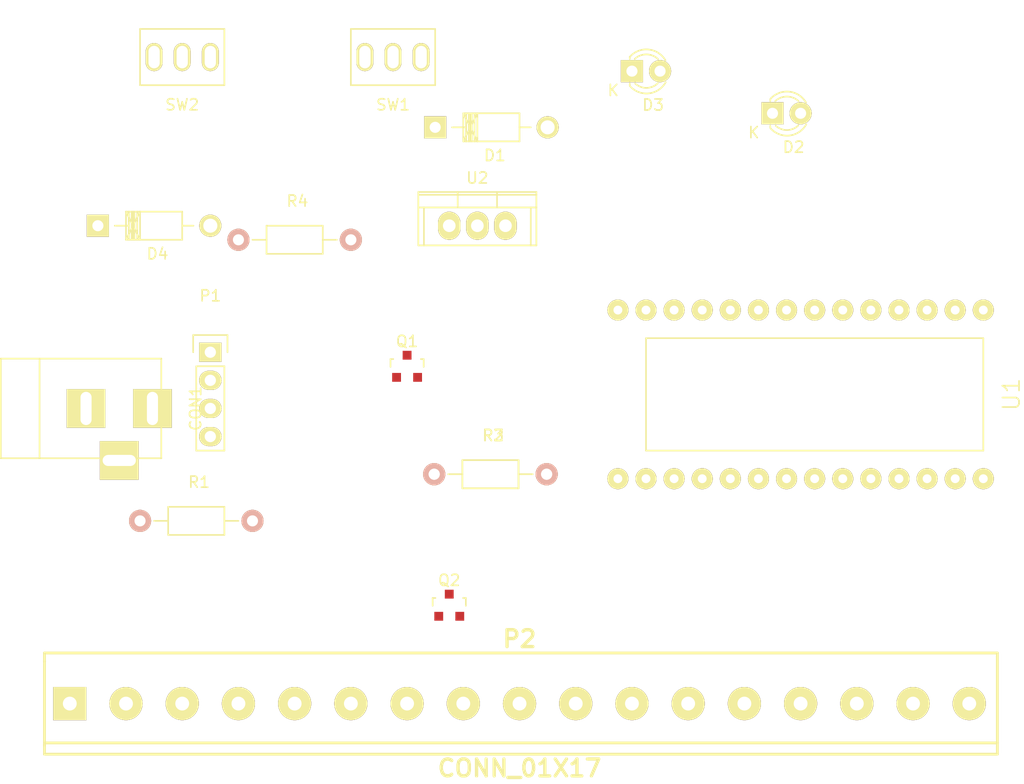
<source format=kicad_pcb>
(kicad_pcb (version 4) (host pcbnew 0.201509221857+6208~30~ubuntu14.04.1-product)

  (general
    (links 45)
    (no_connects 45)
    (area 0 0 0 0)
    (thickness 1.6)
    (drawings 0)
    (tracks 0)
    (zones 0)
    (modules 17)
    (nets 39)
  )

  (page A4)
  (layers
    (0 F.Cu signal)
    (31 B.Cu signal)
    (32 B.Adhes user)
    (33 F.Adhes user)
    (34 B.Paste user)
    (35 F.Paste user)
    (36 B.SilkS user)
    (37 F.SilkS user)
    (38 B.Mask user)
    (39 F.Mask user)
    (40 Dwgs.User user)
    (41 Cmts.User user)
    (42 Eco1.User user)
    (43 Eco2.User user)
    (44 Edge.Cuts user)
    (45 Margin user)
    (46 B.CrtYd user)
    (47 F.CrtYd user)
    (48 B.Fab user)
    (49 F.Fab user)
  )

  (setup
    (last_trace_width 0.25)
    (trace_clearance 0.2)
    (zone_clearance 0.508)
    (zone_45_only no)
    (trace_min 0.2)
    (segment_width 0.2)
    (edge_width 0.15)
    (via_size 0.6)
    (via_drill 0.4)
    (via_min_size 0.4)
    (via_min_drill 0.3)
    (uvia_size 0.3)
    (uvia_drill 0.1)
    (uvias_allowed no)
    (uvia_min_size 0.2)
    (uvia_min_drill 0.1)
    (pcb_text_width 0.3)
    (pcb_text_size 1.5 1.5)
    (mod_edge_width 0.15)
    (mod_text_size 1 1)
    (mod_text_width 0.15)
    (pad_size 1.524 1.524)
    (pad_drill 0.762)
    (pad_to_mask_clearance 0.2)
    (aux_axis_origin 0 0)
    (visible_elements FFFFFF7F)
    (pcbplotparams
      (layerselection 0x00030_80000001)
      (usegerberextensions false)
      (excludeedgelayer true)
      (linewidth 0.100000)
      (plotframeref false)
      (viasonmask false)
      (mode 1)
      (useauxorigin false)
      (hpglpennumber 1)
      (hpglpenspeed 20)
      (hpglpendiameter 15)
      (hpglpenoverlay 2)
      (psnegative false)
      (psa4output false)
      (plotreference true)
      (plotvalue true)
      (plotinvisibletext false)
      (padsonsilk false)
      (subtractmaskfromsilk false)
      (outputformat 1)
      (mirror false)
      (drillshape 1)
      (scaleselection 1)
      (outputdirectory ""))
  )

  (net 0 "")
  (net 1 +12V)
  (net 2 Earth)
  (net 3 "Net-(D1-Pad2)")
  (net 4 "Net-(D2-Pad2)")
  (net 5 "Net-(D3-Pad2)")
  (net 6 "Net-(D4-Pad2)")
  (net 7 +5V)
  (net 8 /BT_TX)
  (net 9 /BT_RX)
  (net 10 /Pump1GND)
  (net 11 /Pump2GND)
  (net 12 /FlowSens)
  (net 13 /IR1)
  (net 14 /IR2)
  (net 15 /SDA)
  (net 16 /SCLK)
  (net 17 "Net-(Q1-Pad1)")
  (net 18 "Net-(Q2-Pad1)")
  (net 19 /Pump1PWM)
  (net 20 /TeensyPWR)
  (net 21 /Pump2PWM)
  (net 22 "Net-(SW1-Pad1)")
  (net 23 "Net-(SW2-Pad1)")
  (net 24 "Net-(U1-Pad0)")
  (net 25 "Net-(U1-Pad1)")
  (net 26 "Net-(U1-Pad2)")
  (net 27 "Net-(U1-Pad7)")
  (net 28 "Net-(U1-Pad8)")
  (net 29 "Net-(U1-Pad11)")
  (net 30 "Net-(U1-Pad12)")
  (net 31 "Net-(U1-Pad13)")
  (net 32 "Net-(U1-Pad16)")
  (net 33 "Net-(U1-Pad17)")
  (net 34 "Net-(U1-Pad20)")
  (net 35 "Net-(U1-Pad21)")
  (net 36 "Net-(U1-Pad22)")
  (net 37 "Net-(U1-Pad23)")
  (net 38 "Net-(U1-Pad24)")

  (net_class Default "This is the default net class."
    (clearance 0.2)
    (trace_width 0.25)
    (via_dia 0.6)
    (via_drill 0.4)
    (uvia_dia 0.3)
    (uvia_drill 0.1)
    (add_net +12V)
    (add_net +5V)
    (add_net /BT_RX)
    (add_net /BT_TX)
    (add_net /FlowSens)
    (add_net /IR1)
    (add_net /IR2)
    (add_net /Pump1GND)
    (add_net /Pump1PWM)
    (add_net /Pump2GND)
    (add_net /Pump2PWM)
    (add_net /SCLK)
    (add_net /SDA)
    (add_net /TeensyPWR)
    (add_net Earth)
    (add_net "Net-(D1-Pad2)")
    (add_net "Net-(D2-Pad2)")
    (add_net "Net-(D3-Pad2)")
    (add_net "Net-(D4-Pad2)")
    (add_net "Net-(Q1-Pad1)")
    (add_net "Net-(Q2-Pad1)")
    (add_net "Net-(SW1-Pad1)")
    (add_net "Net-(SW2-Pad1)")
    (add_net "Net-(U1-Pad0)")
    (add_net "Net-(U1-Pad1)")
    (add_net "Net-(U1-Pad11)")
    (add_net "Net-(U1-Pad12)")
    (add_net "Net-(U1-Pad13)")
    (add_net "Net-(U1-Pad16)")
    (add_net "Net-(U1-Pad17)")
    (add_net "Net-(U1-Pad2)")
    (add_net "Net-(U1-Pad20)")
    (add_net "Net-(U1-Pad21)")
    (add_net "Net-(U1-Pad22)")
    (add_net "Net-(U1-Pad23)")
    (add_net "Net-(U1-Pad24)")
    (add_net "Net-(U1-Pad7)")
    (add_net "Net-(U1-Pad8)")
  )

  (module Connect:BARREL_JACK (layer F.Cu) (tedit 0) (tstamp 5646544C)
    (at 111.76 99.06)
    (descr "DC Barrel Jack")
    (tags "Power Jack")
    (path /5643BACF)
    (fp_text reference CON1 (at 10.09904 0 90) (layer F.SilkS)
      (effects (font (size 1 1) (thickness 0.15)))
    )
    (fp_text value BARREL_JACK (at 0 -5.99948) (layer F.Fab)
      (effects (font (size 1 1) (thickness 0.15)))
    )
    (fp_line (start -4.0005 -4.50088) (end -4.0005 4.50088) (layer F.SilkS) (width 0.15))
    (fp_line (start -7.50062 -4.50088) (end -7.50062 4.50088) (layer F.SilkS) (width 0.15))
    (fp_line (start -7.50062 4.50088) (end 7.00024 4.50088) (layer F.SilkS) (width 0.15))
    (fp_line (start 7.00024 4.50088) (end 7.00024 -4.50088) (layer F.SilkS) (width 0.15))
    (fp_line (start 7.00024 -4.50088) (end -7.50062 -4.50088) (layer F.SilkS) (width 0.15))
    (pad 1 thru_hole rect (at 6.20014 0) (size 3.50012 3.50012) (drill oval 1.00076 2.99974) (layers *.Cu *.Mask F.SilkS)
      (net 1 +12V))
    (pad 2 thru_hole rect (at 0.20066 0) (size 3.50012 3.50012) (drill oval 1.00076 2.99974) (layers *.Cu *.Mask F.SilkS)
      (net 2 Earth))
    (pad 3 thru_hole rect (at 3.2004 4.699) (size 3.50012 3.50012) (drill oval 2.99974 1.00076) (layers *.Cu *.Mask F.SilkS)
      (net 2 Earth))
  )

  (module Diodes_ThroughHole:Diode_DO-41_SOD81_Horizontal_RM10 (layer F.Cu) (tedit 552FFCCE) (tstamp 56465452)
    (at 143.51 73.66)
    (descr "Diode, DO-41, SOD81, Horizontal, RM 10mm,")
    (tags "Diode, DO-41, SOD81, Horizontal, RM 10mm, 1N4007, SB140,")
    (path /5643F3FF)
    (fp_text reference D1 (at 5.38734 2.53746) (layer F.SilkS)
      (effects (font (size 1 1) (thickness 0.15)))
    )
    (fp_text value D (at 4.37134 -3.55854) (layer F.Fab)
      (effects (font (size 1 1) (thickness 0.15)))
    )
    (fp_line (start 7.62 -0.00254) (end 8.636 -0.00254) (layer F.SilkS) (width 0.15))
    (fp_line (start 2.794 -0.00254) (end 1.524 -0.00254) (layer F.SilkS) (width 0.15))
    (fp_line (start 3.048 -1.27254) (end 3.048 1.26746) (layer F.SilkS) (width 0.15))
    (fp_line (start 3.302 -1.27254) (end 3.302 1.26746) (layer F.SilkS) (width 0.15))
    (fp_line (start 3.556 -1.27254) (end 3.556 1.26746) (layer F.SilkS) (width 0.15))
    (fp_line (start 2.794 -1.27254) (end 2.794 1.26746) (layer F.SilkS) (width 0.15))
    (fp_line (start 3.81 -1.27254) (end 2.54 1.26746) (layer F.SilkS) (width 0.15))
    (fp_line (start 2.54 -1.27254) (end 3.81 1.26746) (layer F.SilkS) (width 0.15))
    (fp_line (start 3.81 -1.27254) (end 3.81 1.26746) (layer F.SilkS) (width 0.15))
    (fp_line (start 3.175 -1.27254) (end 3.175 1.26746) (layer F.SilkS) (width 0.15))
    (fp_line (start 2.54 1.26746) (end 2.54 -1.27254) (layer F.SilkS) (width 0.15))
    (fp_line (start 2.54 -1.27254) (end 7.62 -1.27254) (layer F.SilkS) (width 0.15))
    (fp_line (start 7.62 -1.27254) (end 7.62 1.26746) (layer F.SilkS) (width 0.15))
    (fp_line (start 7.62 1.26746) (end 2.54 1.26746) (layer F.SilkS) (width 0.15))
    (pad 2 thru_hole circle (at 10.16 -0.00254 180) (size 1.99898 1.99898) (drill 1.27) (layers *.Cu *.Mask F.SilkS)
      (net 3 "Net-(D1-Pad2)"))
    (pad 1 thru_hole rect (at 0 -0.00254 180) (size 1.99898 1.99898) (drill 1.00076) (layers *.Cu *.Mask F.SilkS)
      (net 1 +12V))
  )

  (module LEDs:LED-3MM (layer F.Cu) (tedit 559B82F6) (tstamp 56465458)
    (at 173.99 72.39)
    (descr "LED 3mm round vertical")
    (tags "LED  3mm round vertical")
    (path /5643D044)
    (fp_text reference D2 (at 1.91 3.06) (layer F.SilkS)
      (effects (font (size 1 1) (thickness 0.15)))
    )
    (fp_text value LED (at 1.3 -2.9) (layer F.Fab)
      (effects (font (size 1 1) (thickness 0.15)))
    )
    (fp_line (start -1.2 2.3) (end 3.8 2.3) (layer F.CrtYd) (width 0.05))
    (fp_line (start 3.8 2.3) (end 3.8 -2.2) (layer F.CrtYd) (width 0.05))
    (fp_line (start 3.8 -2.2) (end -1.2 -2.2) (layer F.CrtYd) (width 0.05))
    (fp_line (start -1.2 -2.2) (end -1.2 2.3) (layer F.CrtYd) (width 0.05))
    (fp_line (start -0.199 1.314) (end -0.199 1.114) (layer F.SilkS) (width 0.15))
    (fp_line (start -0.199 -1.28) (end -0.199 -1.1) (layer F.SilkS) (width 0.15))
    (fp_arc (start 1.301 0.034) (end -0.199 -1.286) (angle 108.5) (layer F.SilkS) (width 0.15))
    (fp_arc (start 1.301 0.034) (end 0.25 -1.1) (angle 85.7) (layer F.SilkS) (width 0.15))
    (fp_arc (start 1.311 0.034) (end 3.051 0.994) (angle 110) (layer F.SilkS) (width 0.15))
    (fp_arc (start 1.301 0.034) (end 2.335 1.094) (angle 87.5) (layer F.SilkS) (width 0.15))
    (fp_text user K (at -1.69 1.74) (layer F.SilkS)
      (effects (font (size 1 1) (thickness 0.15)))
    )
    (pad 1 thru_hole rect (at 0 0 90) (size 2 2) (drill 1.00076) (layers *.Cu *.Mask F.SilkS)
      (net 2 Earth))
    (pad 2 thru_hole circle (at 2.54 0) (size 2 2) (drill 1.00076) (layers *.Cu *.Mask F.SilkS)
      (net 4 "Net-(D2-Pad2)"))
    (model LEDs.3dshapes/LED-3MM.wrl
      (at (xyz 0.05 0 0))
      (scale (xyz 1 1 1))
      (rotate (xyz 0 0 90))
    )
  )

  (module LEDs:LED-3MM (layer F.Cu) (tedit 559B82F6) (tstamp 5646545E)
    (at 161.29 68.58)
    (descr "LED 3mm round vertical")
    (tags "LED  3mm round vertical")
    (path /5643D08E)
    (fp_text reference D3 (at 1.91 3.06) (layer F.SilkS)
      (effects (font (size 1 1) (thickness 0.15)))
    )
    (fp_text value LED (at 1.3 -2.9) (layer F.Fab)
      (effects (font (size 1 1) (thickness 0.15)))
    )
    (fp_line (start -1.2 2.3) (end 3.8 2.3) (layer F.CrtYd) (width 0.05))
    (fp_line (start 3.8 2.3) (end 3.8 -2.2) (layer F.CrtYd) (width 0.05))
    (fp_line (start 3.8 -2.2) (end -1.2 -2.2) (layer F.CrtYd) (width 0.05))
    (fp_line (start -1.2 -2.2) (end -1.2 2.3) (layer F.CrtYd) (width 0.05))
    (fp_line (start -0.199 1.314) (end -0.199 1.114) (layer F.SilkS) (width 0.15))
    (fp_line (start -0.199 -1.28) (end -0.199 -1.1) (layer F.SilkS) (width 0.15))
    (fp_arc (start 1.301 0.034) (end -0.199 -1.286) (angle 108.5) (layer F.SilkS) (width 0.15))
    (fp_arc (start 1.301 0.034) (end 0.25 -1.1) (angle 85.7) (layer F.SilkS) (width 0.15))
    (fp_arc (start 1.311 0.034) (end 3.051 0.994) (angle 110) (layer F.SilkS) (width 0.15))
    (fp_arc (start 1.301 0.034) (end 2.335 1.094) (angle 87.5) (layer F.SilkS) (width 0.15))
    (fp_text user K (at -1.69 1.74) (layer F.SilkS)
      (effects (font (size 1 1) (thickness 0.15)))
    )
    (pad 1 thru_hole rect (at 0 0 90) (size 2 2) (drill 1.00076) (layers *.Cu *.Mask F.SilkS)
      (net 2 Earth))
    (pad 2 thru_hole circle (at 2.54 0) (size 2 2) (drill 1.00076) (layers *.Cu *.Mask F.SilkS)
      (net 5 "Net-(D3-Pad2)"))
    (model LEDs.3dshapes/LED-3MM.wrl
      (at (xyz 0.05 0 0))
      (scale (xyz 1 1 1))
      (rotate (xyz 0 0 90))
    )
  )

  (module Diodes_ThroughHole:Diode_DO-41_SOD81_Horizontal_RM10 (layer F.Cu) (tedit 552FFCCE) (tstamp 56465464)
    (at 113.03 82.55)
    (descr "Diode, DO-41, SOD81, Horizontal, RM 10mm,")
    (tags "Diode, DO-41, SOD81, Horizontal, RM 10mm, 1N4007, SB140,")
    (path /5643C7DB)
    (fp_text reference D4 (at 5.38734 2.53746) (layer F.SilkS)
      (effects (font (size 1 1) (thickness 0.15)))
    )
    (fp_text value D (at 4.37134 -3.55854) (layer F.Fab)
      (effects (font (size 1 1) (thickness 0.15)))
    )
    (fp_line (start 7.62 -0.00254) (end 8.636 -0.00254) (layer F.SilkS) (width 0.15))
    (fp_line (start 2.794 -0.00254) (end 1.524 -0.00254) (layer F.SilkS) (width 0.15))
    (fp_line (start 3.048 -1.27254) (end 3.048 1.26746) (layer F.SilkS) (width 0.15))
    (fp_line (start 3.302 -1.27254) (end 3.302 1.26746) (layer F.SilkS) (width 0.15))
    (fp_line (start 3.556 -1.27254) (end 3.556 1.26746) (layer F.SilkS) (width 0.15))
    (fp_line (start 2.794 -1.27254) (end 2.794 1.26746) (layer F.SilkS) (width 0.15))
    (fp_line (start 3.81 -1.27254) (end 2.54 1.26746) (layer F.SilkS) (width 0.15))
    (fp_line (start 2.54 -1.27254) (end 3.81 1.26746) (layer F.SilkS) (width 0.15))
    (fp_line (start 3.81 -1.27254) (end 3.81 1.26746) (layer F.SilkS) (width 0.15))
    (fp_line (start 3.175 -1.27254) (end 3.175 1.26746) (layer F.SilkS) (width 0.15))
    (fp_line (start 2.54 1.26746) (end 2.54 -1.27254) (layer F.SilkS) (width 0.15))
    (fp_line (start 2.54 -1.27254) (end 7.62 -1.27254) (layer F.SilkS) (width 0.15))
    (fp_line (start 7.62 -1.27254) (end 7.62 1.26746) (layer F.SilkS) (width 0.15))
    (fp_line (start 7.62 1.26746) (end 2.54 1.26746) (layer F.SilkS) (width 0.15))
    (pad 2 thru_hole circle (at 10.16 -0.00254 180) (size 1.99898 1.99898) (drill 1.27) (layers *.Cu *.Mask F.SilkS)
      (net 6 "Net-(D4-Pad2)"))
    (pad 1 thru_hole rect (at 0 -0.00254 180) (size 1.99898 1.99898) (drill 1.00076) (layers *.Cu *.Mask F.SilkS)
      (net 1 +12V))
  )

  (module Pin_Headers:Pin_Header_Straight_1x04 (layer F.Cu) (tedit 0) (tstamp 5646546C)
    (at 123.19 93.98)
    (descr "Through hole pin header")
    (tags "pin header")
    (path /5643CAD2)
    (fp_text reference P1 (at 0 -5.1) (layer F.SilkS)
      (effects (font (size 1 1) (thickness 0.15)))
    )
    (fp_text value CONN_01X04 (at 0 -3.1) (layer F.Fab)
      (effects (font (size 1 1) (thickness 0.15)))
    )
    (fp_line (start -1.75 -1.75) (end -1.75 9.4) (layer F.CrtYd) (width 0.05))
    (fp_line (start 1.75 -1.75) (end 1.75 9.4) (layer F.CrtYd) (width 0.05))
    (fp_line (start -1.75 -1.75) (end 1.75 -1.75) (layer F.CrtYd) (width 0.05))
    (fp_line (start -1.75 9.4) (end 1.75 9.4) (layer F.CrtYd) (width 0.05))
    (fp_line (start -1.27 1.27) (end -1.27 8.89) (layer F.SilkS) (width 0.15))
    (fp_line (start 1.27 1.27) (end 1.27 8.89) (layer F.SilkS) (width 0.15))
    (fp_line (start 1.55 -1.55) (end 1.55 0) (layer F.SilkS) (width 0.15))
    (fp_line (start -1.27 8.89) (end 1.27 8.89) (layer F.SilkS) (width 0.15))
    (fp_line (start 1.27 1.27) (end -1.27 1.27) (layer F.SilkS) (width 0.15))
    (fp_line (start -1.55 0) (end -1.55 -1.55) (layer F.SilkS) (width 0.15))
    (fp_line (start -1.55 -1.55) (end 1.55 -1.55) (layer F.SilkS) (width 0.15))
    (pad 1 thru_hole rect (at 0 0) (size 2.032 1.7272) (drill 1.016) (layers *.Cu *.Mask F.SilkS)
      (net 7 +5V))
    (pad 2 thru_hole oval (at 0 2.54) (size 2.032 1.7272) (drill 1.016) (layers *.Cu *.Mask F.SilkS)
      (net 2 Earth))
    (pad 3 thru_hole oval (at 0 5.08) (size 2.032 1.7272) (drill 1.016) (layers *.Cu *.Mask F.SilkS)
      (net 8 /BT_TX))
    (pad 4 thru_hole oval (at 0 7.62) (size 2.032 1.7272) (drill 1.016) (layers *.Cu *.Mask F.SilkS)
      (net 9 /BT_RX))
    (model Pin_Headers.3dshapes/Pin_Header_Straight_1x04.wrl
      (at (xyz 0 -0.15 0))
      (scale (xyz 1 1 1))
      (rotate (xyz 0 0 90))
    )
  )

  (module w_conn_screw:mors_17p (layer F.Cu) (tedit 0) (tstamp 56465481)
    (at 151.13 125.73)
    (descr "Terminal block 17 pins")
    (tags DEV)
    (path /5647D4EB)
    (fp_text reference P2 (at 0 -5.842) (layer F.SilkS)
      (effects (font (thickness 0.3048)))
    )
    (fp_text value CONN_01X17 (at 0 5.842) (layer F.SilkS)
      (effects (font (thickness 0.3048)))
    )
    (fp_line (start 43.18 -4.572) (end -42.926 -4.572) (layer F.SilkS) (width 0.254))
    (fp_line (start -42.926 4.572) (end 43.18 4.572) (layer F.SilkS) (width 0.254))
    (fp_line (start 43.18 3.556) (end -42.926 3.556) (layer F.SilkS) (width 0.254))
    (fp_line (start 43.18 -4.572) (end 43.18 4.572) (layer F.SilkS) (width 0.254))
    (fp_line (start -42.926 4.572) (end -42.926 3.556) (layer F.SilkS) (width 0.254))
    (fp_line (start -42.926 -4.572) (end -42.926 -3.81) (layer F.SilkS) (width 0.254))
    (fp_line (start -42.926 3.81) (end -42.926 -3.81) (layer F.SilkS) (width 0.254))
    (pad 1 thru_hole rect (at -40.64 0) (size 2.99974 2.99974) (drill 1.24968) (layers *.Cu *.Mask F.SilkS)
      (net 1 +12V))
    (pad 2 thru_hole circle (at -35.56 0) (size 2.99974 2.99974) (drill 1.24968) (layers *.Cu *.Mask F.SilkS)
      (net 10 /Pump1GND))
    (pad 3 thru_hole circle (at -30.48 0) (size 2.99974 2.99974) (drill 1.24968) (layers *.Cu *.Mask F.SilkS)
      (net 1 +12V))
    (pad 4 thru_hole circle (at -25.4 0) (size 2.99974 2.99974) (drill 1.24968) (layers *.Cu *.Mask F.SilkS)
      (net 11 /Pump2GND))
    (pad 5 thru_hole circle (at -20.32 0) (size 2.99974 2.99974) (drill 1.24968) (layers *.Cu *.Mask F.SilkS)
      (net 1 +12V))
    (pad 6 thru_hole circle (at -15.24 0) (size 2.99974 2.99974) (drill 1.24968) (layers *.Cu *.Mask F.SilkS)
      (net 2 Earth))
    (pad 7 thru_hole circle (at -10.16 0) (size 2.99974 2.99974) (drill 1.24968) (layers *.Cu *.Mask F.SilkS)
      (net 12 /FlowSens))
    (pad 8 thru_hole circle (at -5.08 0) (size 2.99974 2.99974) (drill 1.24968) (layers *.Cu *.Mask F.SilkS)
      (net 7 +5V))
    (pad 9 thru_hole circle (at 0 0) (size 2.99974 2.99974) (drill 1.24968) (layers *.Cu *.Mask F.SilkS)
      (net 2 Earth))
    (pad 10 thru_hole circle (at 5.08 0) (size 2.99974 2.99974) (drill 1.24968) (layers *.Cu *.Mask F.SilkS)
      (net 13 /IR1))
    (pad 11 thru_hole circle (at 10.16 0) (size 2.99974 2.99974) (drill 1.24968) (layers *.Cu *.Mask F.SilkS)
      (net 7 +5V))
    (pad 12 thru_hole circle (at 15.24 0) (size 2.99974 2.99974) (drill 1.24968) (layers *.Cu *.Mask F.SilkS)
      (net 2 Earth))
    (pad 13 thru_hole circle (at 20.32 0) (size 2.99974 2.99974) (drill 1.24968) (layers *.Cu *.Mask F.SilkS)
      (net 14 /IR2))
    (pad 14 thru_hole circle (at 25.4 0) (size 2.99974 2.99974) (drill 1.24968) (layers *.Cu *.Mask F.SilkS)
      (net 7 +5V))
    (pad 15 thru_hole circle (at 30.48 0) (size 2.99974 2.99974) (drill 1.24968) (layers *.Cu *.Mask F.SilkS)
      (net 2 Earth))
    (pad 16 thru_hole circle (at 35.56 0) (size 2.99974 2.99974) (drill 1.24968) (layers *.Cu *.Mask F.SilkS)
      (net 15 /SDA))
    (pad 17 thru_hole circle (at 40.64 0) (size 2.99974 2.99974) (drill 1.24968) (layers *.Cu *.Mask F.SilkS)
      (net 16 /SCLK))
    (model walter/conn_screw/mors_17p.wrl
      (at (xyz 0 0 0))
      (scale (xyz 1 1 1))
      (rotate (xyz 0 0 0))
    )
  )

  (module SOT-23 (layer F.Cu) (tedit 553634F8) (tstamp 56465488)
    (at 140.97 95.25)
    (descr "SOT-23, Standard")
    (tags SOT-23)
    (path /5643F3F9)
    (attr smd)
    (fp_text reference Q1 (at 0 -2.25) (layer F.SilkS)
      (effects (font (size 1 1) (thickness 0.15)))
    )
    (fp_text value MMBT3906 (at 0 2.3) (layer F.Fab)
      (effects (font (size 1 1) (thickness 0.15)))
    )
    (fp_line (start -1.65 -1.6) (end 1.65 -1.6) (layer F.CrtYd) (width 0.05))
    (fp_line (start 1.65 -1.6) (end 1.65 1.6) (layer F.CrtYd) (width 0.05))
    (fp_line (start 1.65 1.6) (end -1.65 1.6) (layer F.CrtYd) (width 0.05))
    (fp_line (start -1.65 1.6) (end -1.65 -1.6) (layer F.CrtYd) (width 0.05))
    (fp_line (start 1.29916 -0.65024) (end 1.2509 -0.65024) (layer F.SilkS) (width 0.15))
    (fp_line (start -1.49982 0.0508) (end -1.49982 -0.65024) (layer F.SilkS) (width 0.15))
    (fp_line (start -1.49982 -0.65024) (end -1.2509 -0.65024) (layer F.SilkS) (width 0.15))
    (fp_line (start 1.29916 -0.65024) (end 1.49982 -0.65024) (layer F.SilkS) (width 0.15))
    (fp_line (start 1.49982 -0.65024) (end 1.49982 0.0508) (layer F.SilkS) (width 0.15))
    (pad 1 smd rect (at -0.95 1.00076) (size 0.8001 0.8001) (layers F.Cu F.Paste F.Mask)
      (net 17 "Net-(Q1-Pad1)"))
    (pad 2 smd rect (at 0.95 1.00076) (size 0.8001 0.8001) (layers F.Cu F.Paste F.Mask)
      (net 2 Earth))
    (pad 3 smd rect (at 0 -0.99822) (size 0.8001 0.8001) (layers F.Cu F.Paste F.Mask)
      (net 3 "Net-(D1-Pad2)"))
    (model Housings_SOT-23_SOT-143_TSOT-6.3dshapes/SOT-23.wrl
      (at (xyz 0 0 0))
      (scale (xyz 1 1 1))
      (rotate (xyz 0 0 0))
    )
  )

  (module SOT-23 (layer F.Cu) (tedit 553634F8) (tstamp 5646548F)
    (at 144.78 116.84)
    (descr "SOT-23, Standard")
    (tags SOT-23)
    (path /5643BE9A)
    (attr smd)
    (fp_text reference Q2 (at 0 -2.25) (layer F.SilkS)
      (effects (font (size 1 1) (thickness 0.15)))
    )
    (fp_text value MMBT3906 (at 0 2.3) (layer F.Fab)
      (effects (font (size 1 1) (thickness 0.15)))
    )
    (fp_line (start -1.65 -1.6) (end 1.65 -1.6) (layer F.CrtYd) (width 0.05))
    (fp_line (start 1.65 -1.6) (end 1.65 1.6) (layer F.CrtYd) (width 0.05))
    (fp_line (start 1.65 1.6) (end -1.65 1.6) (layer F.CrtYd) (width 0.05))
    (fp_line (start -1.65 1.6) (end -1.65 -1.6) (layer F.CrtYd) (width 0.05))
    (fp_line (start 1.29916 -0.65024) (end 1.2509 -0.65024) (layer F.SilkS) (width 0.15))
    (fp_line (start -1.49982 0.0508) (end -1.49982 -0.65024) (layer F.SilkS) (width 0.15))
    (fp_line (start -1.49982 -0.65024) (end -1.2509 -0.65024) (layer F.SilkS) (width 0.15))
    (fp_line (start 1.29916 -0.65024) (end 1.49982 -0.65024) (layer F.SilkS) (width 0.15))
    (fp_line (start 1.49982 -0.65024) (end 1.49982 0.0508) (layer F.SilkS) (width 0.15))
    (pad 1 smd rect (at -0.95 1.00076) (size 0.8001 0.8001) (layers F.Cu F.Paste F.Mask)
      (net 18 "Net-(Q2-Pad1)"))
    (pad 2 smd rect (at 0.95 1.00076) (size 0.8001 0.8001) (layers F.Cu F.Paste F.Mask)
      (net 2 Earth))
    (pad 3 smd rect (at 0 -0.99822) (size 0.8001 0.8001) (layers F.Cu F.Paste F.Mask)
      (net 6 "Net-(D4-Pad2)"))
    (model Housings_SOT-23_SOT-143_TSOT-6.3dshapes/SOT-23.wrl
      (at (xyz 0 0 0))
      (scale (xyz 1 1 1))
      (rotate (xyz 0 0 0))
    )
  )

  (module Resistors_ThroughHole:Resistor_Horizontal_RM10mm (layer F.Cu) (tedit 53F56209) (tstamp 56465495)
    (at 121.92 109.22)
    (descr "Resistor, Axial,  RM 10mm, 1/3W,")
    (tags "Resistor, Axial, RM 10mm, 1/3W,")
    (path /5643F405)
    (fp_text reference R1 (at 0.24892 -3.50012) (layer F.SilkS)
      (effects (font (size 1 1) (thickness 0.15)))
    )
    (fp_text value R (at 3.81 3.81) (layer F.Fab)
      (effects (font (size 1 1) (thickness 0.15)))
    )
    (fp_line (start -2.54 -1.27) (end 2.54 -1.27) (layer F.SilkS) (width 0.15))
    (fp_line (start 2.54 -1.27) (end 2.54 1.27) (layer F.SilkS) (width 0.15))
    (fp_line (start 2.54 1.27) (end -2.54 1.27) (layer F.SilkS) (width 0.15))
    (fp_line (start -2.54 1.27) (end -2.54 -1.27) (layer F.SilkS) (width 0.15))
    (fp_line (start -2.54 0) (end -3.81 0) (layer F.SilkS) (width 0.15))
    (fp_line (start 2.54 0) (end 3.81 0) (layer F.SilkS) (width 0.15))
    (pad 1 thru_hole circle (at -5.08 0) (size 1.99898 1.99898) (drill 1.00076) (layers *.Cu *.SilkS *.Mask)
      (net 17 "Net-(Q1-Pad1)"))
    (pad 2 thru_hole circle (at 5.08 0) (size 1.99898 1.99898) (drill 1.00076) (layers *.Cu *.SilkS *.Mask)
      (net 19 /Pump1PWM))
    (model Resistors_ThroughHole.3dshapes/Resistor_Horizontal_RM10mm.wrl
      (at (xyz 0 0 0))
      (scale (xyz 0.4 0.4 0.4))
      (rotate (xyz 0 0 0))
    )
  )

  (module Resistors_ThroughHole:Resistor_Horizontal_RM10mm (layer F.Cu) (tedit 53F56209) (tstamp 5646549B)
    (at 148.5011 105.0036)
    (descr "Resistor, Axial,  RM 10mm, 1/3W,")
    (tags "Resistor, Axial, RM 10mm, 1/3W,")
    (path /5643FCF1)
    (fp_text reference R2 (at 0.24892 -3.50012) (layer F.SilkS)
      (effects (font (size 1 1) (thickness 0.15)))
    )
    (fp_text value R (at 3.81 3.81) (layer F.Fab)
      (effects (font (size 1 1) (thickness 0.15)))
    )
    (fp_line (start -2.54 -1.27) (end 2.54 -1.27) (layer F.SilkS) (width 0.15))
    (fp_line (start 2.54 -1.27) (end 2.54 1.27) (layer F.SilkS) (width 0.15))
    (fp_line (start 2.54 1.27) (end -2.54 1.27) (layer F.SilkS) (width 0.15))
    (fp_line (start -2.54 1.27) (end -2.54 -1.27) (layer F.SilkS) (width 0.15))
    (fp_line (start -2.54 0) (end -3.81 0) (layer F.SilkS) (width 0.15))
    (fp_line (start 2.54 0) (end 3.81 0) (layer F.SilkS) (width 0.15))
    (pad 1 thru_hole circle (at -5.08 0) (size 1.99898 1.99898) (drill 1.00076) (layers *.Cu *.SilkS *.Mask)
      (net 4 "Net-(D2-Pad2)"))
    (pad 2 thru_hole circle (at 5.08 0) (size 1.99898 1.99898) (drill 1.00076) (layers *.Cu *.SilkS *.Mask)
      (net 7 +5V))
    (model Resistors_ThroughHole.3dshapes/Resistor_Horizontal_RM10mm.wrl
      (at (xyz 0 0 0))
      (scale (xyz 0.4 0.4 0.4))
      (rotate (xyz 0 0 0))
    )
  )

  (module Resistors_ThroughHole:Resistor_Horizontal_RM10mm (layer F.Cu) (tedit 53F56209) (tstamp 564654A1)
    (at 148.5011 105.0036)
    (descr "Resistor, Axial,  RM 10mm, 1/3W,")
    (tags "Resistor, Axial, RM 10mm, 1/3W,")
    (path /5643FD47)
    (fp_text reference R3 (at 0.24892 -3.50012) (layer F.SilkS)
      (effects (font (size 1 1) (thickness 0.15)))
    )
    (fp_text value R (at 3.81 3.81) (layer F.Fab)
      (effects (font (size 1 1) (thickness 0.15)))
    )
    (fp_line (start -2.54 -1.27) (end 2.54 -1.27) (layer F.SilkS) (width 0.15))
    (fp_line (start 2.54 -1.27) (end 2.54 1.27) (layer F.SilkS) (width 0.15))
    (fp_line (start 2.54 1.27) (end -2.54 1.27) (layer F.SilkS) (width 0.15))
    (fp_line (start -2.54 1.27) (end -2.54 -1.27) (layer F.SilkS) (width 0.15))
    (fp_line (start -2.54 0) (end -3.81 0) (layer F.SilkS) (width 0.15))
    (fp_line (start 2.54 0) (end 3.81 0) (layer F.SilkS) (width 0.15))
    (pad 1 thru_hole circle (at -5.08 0) (size 1.99898 1.99898) (drill 1.00076) (layers *.Cu *.SilkS *.Mask)
      (net 5 "Net-(D3-Pad2)"))
    (pad 2 thru_hole circle (at 5.08 0) (size 1.99898 1.99898) (drill 1.00076) (layers *.Cu *.SilkS *.Mask)
      (net 20 /TeensyPWR))
    (model Resistors_ThroughHole.3dshapes/Resistor_Horizontal_RM10mm.wrl
      (at (xyz 0 0 0))
      (scale (xyz 0.4 0.4 0.4))
      (rotate (xyz 0 0 0))
    )
  )

  (module Resistors_ThroughHole:Resistor_Horizontal_RM10mm (layer F.Cu) (tedit 53F56209) (tstamp 564654A7)
    (at 130.81 83.82)
    (descr "Resistor, Axial,  RM 10mm, 1/3W,")
    (tags "Resistor, Axial, RM 10mm, 1/3W,")
    (path /5643C8A0)
    (fp_text reference R4 (at 0.24892 -3.50012) (layer F.SilkS)
      (effects (font (size 1 1) (thickness 0.15)))
    )
    (fp_text value R (at 3.81 3.81) (layer F.Fab)
      (effects (font (size 1 1) (thickness 0.15)))
    )
    (fp_line (start -2.54 -1.27) (end 2.54 -1.27) (layer F.SilkS) (width 0.15))
    (fp_line (start 2.54 -1.27) (end 2.54 1.27) (layer F.SilkS) (width 0.15))
    (fp_line (start 2.54 1.27) (end -2.54 1.27) (layer F.SilkS) (width 0.15))
    (fp_line (start -2.54 1.27) (end -2.54 -1.27) (layer F.SilkS) (width 0.15))
    (fp_line (start -2.54 0) (end -3.81 0) (layer F.SilkS) (width 0.15))
    (fp_line (start 2.54 0) (end 3.81 0) (layer F.SilkS) (width 0.15))
    (pad 1 thru_hole circle (at -5.08 0) (size 1.99898 1.99898) (drill 1.00076) (layers *.Cu *.SilkS *.Mask)
      (net 18 "Net-(Q2-Pad1)"))
    (pad 2 thru_hole circle (at 5.08 0) (size 1.99898 1.99898) (drill 1.00076) (layers *.Cu *.SilkS *.Mask)
      (net 21 /Pump2PWM))
    (model Resistors_ThroughHole.3dshapes/Resistor_Horizontal_RM10mm.wrl
      (at (xyz 0 0 0))
      (scale (xyz 0.4 0.4 0.4))
      (rotate (xyz 0 0 0))
    )
  )

  (module CustomSwitch:SPDT-ThroughHole (layer F.Cu) (tedit 564651FC) (tstamp 564654AE)
    (at 139.7 67.31)
    (path /56477804)
    (fp_text reference SW1 (at 0 4.31) (layer F.SilkS)
      (effects (font (size 1 1) (thickness 0.15)))
    )
    (fp_text value Switch_SPDT_x2 (at 0 -4.31) (layer F.Fab)
      (effects (font (size 1 1) (thickness 0.15)))
    )
    (fp_line (start 3.81 -2.54) (end -3.81 -2.54) (layer F.SilkS) (width 0.15))
    (fp_line (start -3.81 -2.54) (end -3.81 2.54) (layer F.SilkS) (width 0.15))
    (fp_line (start -3.81 2.54) (end 3.81 2.54) (layer F.SilkS) (width 0.15))
    (fp_line (start 3.81 2.54) (end 3.81 -2.54) (layer F.SilkS) (width 0.15))
    (pad 1 thru_hole oval (at -2.54 0) (size 1.524 2.54) (drill oval 1.016 2.032) (layers *.Cu *.Mask F.SilkS)
      (net 22 "Net-(SW1-Pad1)"))
    (pad 2 thru_hole oval (at 0 0) (size 1.524 2.54) (drill oval 1.016 2.032) (layers *.Cu *.Mask F.SilkS)
      (net 10 /Pump1GND))
    (pad 3 thru_hole oval (at 2.54 0) (size 1.524 2.54) (drill oval 1.016 2.032) (layers *.Cu *.Mask F.SilkS)
      (net 3 "Net-(D1-Pad2)"))
  )

  (module CustomSwitch:SPDT-ThroughHole (layer F.Cu) (tedit 564651FC) (tstamp 564654B5)
    (at 120.65 67.31)
    (path /56486D94)
    (fp_text reference SW2 (at 0 4.31) (layer F.SilkS)
      (effects (font (size 1 1) (thickness 0.15)))
    )
    (fp_text value Switch_SPDT_x2 (at 0 -4.31) (layer F.Fab)
      (effects (font (size 1 1) (thickness 0.15)))
    )
    (fp_line (start 3.81 -2.54) (end -3.81 -2.54) (layer F.SilkS) (width 0.15))
    (fp_line (start -3.81 -2.54) (end -3.81 2.54) (layer F.SilkS) (width 0.15))
    (fp_line (start -3.81 2.54) (end 3.81 2.54) (layer F.SilkS) (width 0.15))
    (fp_line (start 3.81 2.54) (end 3.81 -2.54) (layer F.SilkS) (width 0.15))
    (pad 1 thru_hole oval (at -2.54 0) (size 1.524 2.54) (drill oval 1.016 2.032) (layers *.Cu *.Mask F.SilkS)
      (net 23 "Net-(SW2-Pad1)"))
    (pad 2 thru_hole oval (at 0 0) (size 1.524 2.54) (drill oval 1.016 2.032) (layers *.Cu *.Mask F.SilkS)
      (net 11 /Pump2GND))
    (pad 3 thru_hole oval (at 2.54 0) (size 1.524 2.54) (drill oval 1.016 2.032) (layers *.Cu *.Mask F.SilkS)
      (net 6 "Net-(D4-Pad2)"))
  )

  (module Teensy:Teensy-3.1 (layer F.Cu) (tedit 5506D470) (tstamp 564654D5)
    (at 190.5 90.17 180)
    (path /5643B9EE)
    (fp_text reference U1 (at -5.08 -7.62 270) (layer F.SilkS)
      (effects (font (size 1.5 1.5) (thickness 0.15)))
    )
    (fp_text value Teensy_3.1 (at 5.08 -10.16 180) (layer F.Fab)
      (effects (font (size 1.5 1.5) (thickness 0.15)))
    )
    (fp_line (start -2.54 -12.7) (end 27.94 -12.7) (layer F.SilkS) (width 0.15))
    (fp_line (start 27.94 -12.7) (end 27.94 -2.54) (layer F.SilkS) (width 0.15))
    (fp_line (start 27.94 -2.54) (end -2.54 -2.54) (layer F.SilkS) (width 0.15))
    (fp_line (start -2.54 -2.54) (end -2.54 -12.7) (layer F.SilkS) (width 0.15))
    (pad 0 thru_hole circle (at 0 0 180) (size 1.9 1.9) (drill 0.8) (layers *.Cu *.Mask F.SilkS)
      (net 24 "Net-(U1-Pad0)"))
    (pad 1 thru_hole circle (at 2.54 0 180) (size 1.9 1.9) (drill 0.8) (layers *.Cu *.Mask F.SilkS)
      (net 25 "Net-(U1-Pad1)"))
    (pad 2 thru_hole circle (at 5.08 0 180) (size 1.9 1.9) (drill 0.8) (layers *.Cu *.Mask F.SilkS)
      (net 26 "Net-(U1-Pad2)"))
    (pad 3 thru_hole circle (at 7.62 0 180) (size 1.9 1.9) (drill 0.8) (layers *.Cu *.Mask F.SilkS)
      (net 21 /Pump2PWM))
    (pad 4 thru_hole circle (at 10.16 0 180) (size 1.9 1.9) (drill 0.8) (layers *.Cu *.Mask F.SilkS)
      (net 19 /Pump1PWM))
    (pad 5 thru_hole circle (at 12.7 0 180) (size 1.9 1.9) (drill 0.8) (layers *.Cu *.Mask F.SilkS)
      (net 12 /FlowSens))
    (pad 6 thru_hole circle (at 15.24 0 180) (size 1.9 1.9) (drill 0.8) (layers *.Cu *.Mask F.SilkS)
      (net 20 /TeensyPWR))
    (pad 7 thru_hole circle (at 17.78 0 180) (size 1.9 1.9) (drill 0.8) (layers *.Cu *.Mask F.SilkS)
      (net 27 "Net-(U1-Pad7)"))
    (pad 8 thru_hole circle (at 20.32 0 180) (size 1.9 1.9) (drill 0.8) (layers *.Cu *.Mask F.SilkS)
      (net 28 "Net-(U1-Pad8)"))
    (pad 9 thru_hole circle (at 22.86 0 180) (size 1.9 1.9) (drill 0.8) (layers *.Cu *.Mask F.SilkS)
      (net 8 /BT_TX))
    (pad 10 thru_hole circle (at 25.4 0 180) (size 1.9 1.9) (drill 0.8) (layers *.Cu *.Mask F.SilkS)
      (net 9 /BT_RX))
    (pad 11 thru_hole circle (at 27.94 0 180) (size 1.9 1.9) (drill 0.8) (layers *.Cu *.Mask F.SilkS)
      (net 29 "Net-(U1-Pad11)"))
    (pad 12 thru_hole circle (at 30.48 0 180) (size 1.9 1.9) (drill 0.8) (layers *.Cu *.Mask F.SilkS)
      (net 30 "Net-(U1-Pad12)"))
    (pad 13 thru_hole circle (at 30.48 -15.24 180) (size 1.9 1.9) (drill 0.8) (layers *.Cu *.Mask F.SilkS)
      (net 31 "Net-(U1-Pad13)"))
    (pad 14 thru_hole circle (at 27.94 -15.24 180) (size 1.9 1.9) (drill 0.8) (layers *.Cu *.Mask F.SilkS)
      (net 13 /IR1))
    (pad 15 thru_hole circle (at 25.4 -15.24 180) (size 1.9 1.9) (drill 0.8) (layers *.Cu *.Mask F.SilkS)
      (net 14 /IR2))
    (pad 16 thru_hole circle (at 22.86 -15.24 180) (size 1.9 1.9) (drill 0.8) (layers *.Cu *.Mask F.SilkS)
      (net 32 "Net-(U1-Pad16)"))
    (pad 17 thru_hole circle (at 20.32 -15.24 180) (size 1.9 1.9) (drill 0.8) (layers *.Cu *.Mask F.SilkS)
      (net 33 "Net-(U1-Pad17)"))
    (pad 18 thru_hole circle (at 17.78 -15.24 180) (size 1.9 1.9) (drill 0.8) (layers *.Cu *.Mask F.SilkS)
      (net 15 /SDA))
    (pad 19 thru_hole circle (at 15.24 -15.24 180) (size 1.9 1.9) (drill 0.8) (layers *.Cu *.Mask F.SilkS)
      (net 16 /SCLK))
    (pad 20 thru_hole circle (at 12.7 -15.24 180) (size 1.9 1.9) (drill 0.8) (layers *.Cu *.Mask F.SilkS)
      (net 34 "Net-(U1-Pad20)"))
    (pad 21 thru_hole circle (at 10.16 -15.24 180) (size 1.9 1.9) (drill 0.8) (layers *.Cu *.Mask F.SilkS)
      (net 35 "Net-(U1-Pad21)"))
    (pad 22 thru_hole circle (at 7.62 -15.24 180) (size 1.9 1.9) (drill 0.8) (layers *.Cu *.Mask F.SilkS)
      (net 36 "Net-(U1-Pad22)"))
    (pad 23 thru_hole circle (at 5.08 -15.24 180) (size 1.9 1.9) (drill 0.8) (layers *.Cu *.Mask F.SilkS)
      (net 37 "Net-(U1-Pad23)"))
    (pad 24 thru_hole circle (at 2.54 -15.24 180) (size 1.9 1.9) (drill 0.8) (layers *.Cu *.Mask F.SilkS)
      (net 38 "Net-(U1-Pad24)"))
    (pad 25 thru_hole circle (at 0 -15.24 180) (size 1.9 1.9) (drill 0.8) (layers *.Cu *.Mask F.SilkS)
      (net 2 Earth))
    (pad 26 thru_hole circle (at -2.54 -15.24 180) (size 1.9 1.9) (drill 0.8) (layers *.Cu *.Mask F.SilkS)
      (net 7 +5V))
    (pad 27 thru_hole circle (at -2.54 0 180) (size 1.9 1.9) (drill 0.8) (layers *.Cu *.Mask F.SilkS)
      (net 2 Earth))
  )

  (module Power_Integrations:TO-220 (layer F.Cu) (tedit 0) (tstamp 564654DC)
    (at 147.32 82.55)
    (descr "Non Isolated JEDEC TO-220 Package")
    (tags "Power Integration YN Package")
    (path /5643BC50)
    (fp_text reference U2 (at 0 -4.318) (layer F.SilkS)
      (effects (font (size 1 1) (thickness 0.15)))
    )
    (fp_text value LM7805CT (at 0 -4.318) (layer F.Fab)
      (effects (font (size 1 1) (thickness 0.15)))
    )
    (fp_line (start 4.826 -1.651) (end 4.826 1.778) (layer F.SilkS) (width 0.15))
    (fp_line (start -4.826 -1.651) (end -4.826 1.778) (layer F.SilkS) (width 0.15))
    (fp_line (start 5.334 -2.794) (end -5.334 -2.794) (layer F.SilkS) (width 0.15))
    (fp_line (start 1.778 -1.778) (end 1.778 -3.048) (layer F.SilkS) (width 0.15))
    (fp_line (start -1.778 -1.778) (end -1.778 -3.048) (layer F.SilkS) (width 0.15))
    (fp_line (start -5.334 -1.651) (end 5.334 -1.651) (layer F.SilkS) (width 0.15))
    (fp_line (start 5.334 1.778) (end -5.334 1.778) (layer F.SilkS) (width 0.15))
    (fp_line (start -5.334 -3.048) (end -5.334 1.778) (layer F.SilkS) (width 0.15))
    (fp_line (start 5.334 -3.048) (end 5.334 1.778) (layer F.SilkS) (width 0.15))
    (fp_line (start 5.334 -3.048) (end -5.334 -3.048) (layer F.SilkS) (width 0.15))
    (pad 2 thru_hole oval (at 0 0) (size 2.032 2.54) (drill 1.143) (layers *.Cu *.Mask F.SilkS)
      (net 2 Earth))
    (pad 3 thru_hole oval (at 2.54 0) (size 2.032 2.54) (drill 1.143) (layers *.Cu *.Mask F.SilkS)
      (net 7 +5V))
    (pad 1 thru_hole oval (at -2.54 0) (size 2.032 2.54) (drill 1.143) (layers *.Cu *.Mask F.SilkS)
      (net 1 +12V))
  )

)

</source>
